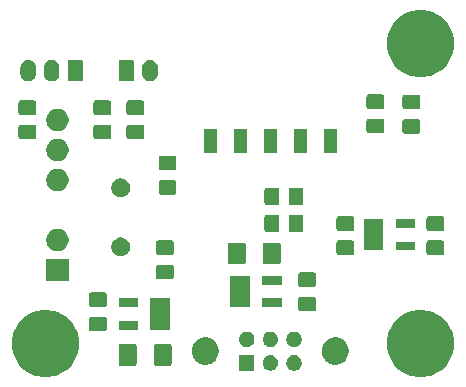
<source format=gbs>
G04 #@! TF.GenerationSoftware,KiCad,Pcbnew,5.1.0*
G04 #@! TF.CreationDate,2019-04-18T22:06:34-04:00*
G04 #@! TF.ProjectId,sensors,73656e73-6f72-4732-9e6b-696361645f70,rev?*
G04 #@! TF.SameCoordinates,Original*
G04 #@! TF.FileFunction,Soldermask,Bot*
G04 #@! TF.FilePolarity,Negative*
%FSLAX46Y46*%
G04 Gerber Fmt 4.6, Leading zero omitted, Abs format (unit mm)*
G04 Created by KiCad (PCBNEW 5.1.0) date 2019-04-18 22:06:34*
%MOMM*%
%LPD*%
G04 APERTURE LIST*
%ADD10C,0.100000*%
G04 APERTURE END LIST*
D10*
G36*
X162529411Y-88653574D02*
G01*
X162756548Y-88698754D01*
X162971447Y-88787769D01*
X163275359Y-88913653D01*
X163742279Y-89225639D01*
X164139361Y-89622721D01*
X164451347Y-90089641D01*
X164571762Y-90380349D01*
X164650108Y-90569491D01*
X164666246Y-90608453D01*
X164775800Y-91159219D01*
X164775800Y-91720781D01*
X164666246Y-92271547D01*
X164451347Y-92790359D01*
X164139361Y-93257279D01*
X163742279Y-93654361D01*
X163275359Y-93966347D01*
X162971447Y-94092231D01*
X162756548Y-94181246D01*
X162572958Y-94217764D01*
X162205781Y-94290800D01*
X161644219Y-94290800D01*
X161277042Y-94217764D01*
X161093452Y-94181246D01*
X160878553Y-94092231D01*
X160574641Y-93966347D01*
X160107721Y-93654361D01*
X159710639Y-93257279D01*
X159398653Y-92790359D01*
X159183754Y-92271547D01*
X159074200Y-91720781D01*
X159074200Y-91159219D01*
X159183754Y-90608453D01*
X159199893Y-90569491D01*
X159278238Y-90380349D01*
X159398653Y-90089641D01*
X159710639Y-89622721D01*
X160107721Y-89225639D01*
X160574641Y-88913653D01*
X160878553Y-88787769D01*
X161093452Y-88698754D01*
X161320589Y-88653574D01*
X161644219Y-88589200D01*
X162205781Y-88589200D01*
X162529411Y-88653574D01*
X162529411Y-88653574D01*
G37*
G36*
X130779411Y-88653574D02*
G01*
X131006548Y-88698754D01*
X131221447Y-88787769D01*
X131525359Y-88913653D01*
X131992279Y-89225639D01*
X132389361Y-89622721D01*
X132701347Y-90089641D01*
X132821762Y-90380349D01*
X132900108Y-90569491D01*
X132916246Y-90608453D01*
X133025800Y-91159219D01*
X133025800Y-91720781D01*
X132916246Y-92271547D01*
X132701347Y-92790359D01*
X132389361Y-93257279D01*
X131992279Y-93654361D01*
X131525359Y-93966347D01*
X131221447Y-94092231D01*
X131006548Y-94181246D01*
X130822958Y-94217764D01*
X130455781Y-94290800D01*
X129894219Y-94290800D01*
X129527042Y-94217764D01*
X129343452Y-94181246D01*
X129128553Y-94092231D01*
X128824641Y-93966347D01*
X128357721Y-93654361D01*
X127960639Y-93257279D01*
X127648653Y-92790359D01*
X127433754Y-92271547D01*
X127324200Y-91720781D01*
X127324200Y-91159219D01*
X127433754Y-90608453D01*
X127449893Y-90569491D01*
X127528238Y-90380349D01*
X127648653Y-90089641D01*
X127960639Y-89622721D01*
X128357721Y-89225639D01*
X128824641Y-88913653D01*
X129128553Y-88787769D01*
X129343452Y-88698754D01*
X129570589Y-88653574D01*
X129894219Y-88589200D01*
X130455781Y-88589200D01*
X130779411Y-88653574D01*
X130779411Y-88653574D01*
G37*
G36*
X147875800Y-93725800D02*
G01*
X146574200Y-93725800D01*
X146574200Y-92424200D01*
X147875800Y-92424200D01*
X147875800Y-93725800D01*
X147875800Y-93725800D01*
G37*
G36*
X149414830Y-92449209D02*
G01*
X149533271Y-92498269D01*
X149639858Y-92569488D01*
X149730512Y-92660142D01*
X149801731Y-92766729D01*
X149850791Y-92885170D01*
X149875800Y-93010900D01*
X149875800Y-93139100D01*
X149850791Y-93264830D01*
X149801731Y-93383271D01*
X149730512Y-93489858D01*
X149639858Y-93580512D01*
X149533271Y-93651731D01*
X149414830Y-93700791D01*
X149289100Y-93725800D01*
X149160900Y-93725800D01*
X149035170Y-93700791D01*
X148916729Y-93651731D01*
X148810142Y-93580512D01*
X148719488Y-93489858D01*
X148648269Y-93383271D01*
X148599209Y-93264830D01*
X148574200Y-93139100D01*
X148574200Y-93010900D01*
X148599209Y-92885170D01*
X148648269Y-92766729D01*
X148719488Y-92660142D01*
X148810142Y-92569488D01*
X148916729Y-92498269D01*
X149035170Y-92449209D01*
X149160900Y-92424200D01*
X149289100Y-92424200D01*
X149414830Y-92449209D01*
X149414830Y-92449209D01*
G37*
G36*
X151414830Y-92449209D02*
G01*
X151533271Y-92498269D01*
X151639858Y-92569488D01*
X151730512Y-92660142D01*
X151801731Y-92766729D01*
X151850791Y-92885170D01*
X151875800Y-93010900D01*
X151875800Y-93139100D01*
X151850791Y-93264830D01*
X151801731Y-93383271D01*
X151730512Y-93489858D01*
X151639858Y-93580512D01*
X151533271Y-93651731D01*
X151414830Y-93700791D01*
X151289100Y-93725800D01*
X151160900Y-93725800D01*
X151035170Y-93700791D01*
X150916729Y-93651731D01*
X150810142Y-93580512D01*
X150719488Y-93489858D01*
X150648269Y-93383271D01*
X150599209Y-93264830D01*
X150574200Y-93139100D01*
X150574200Y-93010900D01*
X150599209Y-92885170D01*
X150648269Y-92766729D01*
X150719488Y-92660142D01*
X150810142Y-92569488D01*
X150916729Y-92498269D01*
X151035170Y-92449209D01*
X151160900Y-92424200D01*
X151289100Y-92424200D01*
X151414830Y-92449209D01*
X151414830Y-92449209D01*
G37*
G36*
X140719319Y-91483580D02*
G01*
X140754222Y-91494169D01*
X140786396Y-91511366D01*
X140814594Y-91534506D01*
X140837734Y-91562704D01*
X140854931Y-91594878D01*
X140865520Y-91629781D01*
X140869700Y-91672225D01*
X140869700Y-93138175D01*
X140865520Y-93180619D01*
X140854931Y-93215522D01*
X140837734Y-93247696D01*
X140814594Y-93275894D01*
X140786396Y-93299034D01*
X140754222Y-93316231D01*
X140719319Y-93326820D01*
X140676875Y-93331000D01*
X139535925Y-93331000D01*
X139493481Y-93326820D01*
X139458578Y-93316231D01*
X139426404Y-93299034D01*
X139398206Y-93275894D01*
X139375066Y-93247696D01*
X139357869Y-93215522D01*
X139347280Y-93180619D01*
X139343100Y-93138175D01*
X139343100Y-91672225D01*
X139347280Y-91629781D01*
X139357869Y-91594878D01*
X139375066Y-91562704D01*
X139398206Y-91534506D01*
X139426404Y-91511366D01*
X139458578Y-91494169D01*
X139493481Y-91483580D01*
X139535925Y-91479400D01*
X140676875Y-91479400D01*
X140719319Y-91483580D01*
X140719319Y-91483580D01*
G37*
G36*
X137744319Y-91483580D02*
G01*
X137779222Y-91494169D01*
X137811396Y-91511366D01*
X137839594Y-91534506D01*
X137862734Y-91562704D01*
X137879931Y-91594878D01*
X137890520Y-91629781D01*
X137894700Y-91672225D01*
X137894700Y-93138175D01*
X137890520Y-93180619D01*
X137879931Y-93215522D01*
X137862734Y-93247696D01*
X137839594Y-93275894D01*
X137811396Y-93299034D01*
X137779222Y-93316231D01*
X137744319Y-93326820D01*
X137701875Y-93331000D01*
X136560925Y-93331000D01*
X136518481Y-93326820D01*
X136483578Y-93316231D01*
X136451404Y-93299034D01*
X136423206Y-93275894D01*
X136400066Y-93247696D01*
X136382869Y-93215522D01*
X136372280Y-93180619D01*
X136368100Y-93138175D01*
X136368100Y-91672225D01*
X136372280Y-91629781D01*
X136382869Y-91594878D01*
X136400066Y-91562704D01*
X136423206Y-91534506D01*
X136451404Y-91511366D01*
X136483578Y-91494169D01*
X136518481Y-91483580D01*
X136560925Y-91479400D01*
X137701875Y-91479400D01*
X137744319Y-91483580D01*
X137744319Y-91483580D01*
G37*
G36*
X144060675Y-90968424D02*
G01*
X144147425Y-91004357D01*
X144270108Y-91055174D01*
X144458592Y-91181115D01*
X144618885Y-91341408D01*
X144744826Y-91529892D01*
X144786201Y-91629781D01*
X144831576Y-91739325D01*
X144875800Y-91961655D01*
X144875800Y-92188345D01*
X144831576Y-92410675D01*
X144815614Y-92449210D01*
X144744826Y-92620108D01*
X144618885Y-92808592D01*
X144458592Y-92968885D01*
X144270108Y-93094826D01*
X144163225Y-93139098D01*
X144060675Y-93181576D01*
X143838345Y-93225800D01*
X143611655Y-93225800D01*
X143389325Y-93181576D01*
X143286775Y-93139098D01*
X143179892Y-93094826D01*
X142991408Y-92968885D01*
X142831115Y-92808592D01*
X142705174Y-92620108D01*
X142634386Y-92449210D01*
X142618424Y-92410675D01*
X142574200Y-92188345D01*
X142574200Y-91961655D01*
X142618424Y-91739325D01*
X142663799Y-91629781D01*
X142705174Y-91529892D01*
X142831115Y-91341408D01*
X142991408Y-91181115D01*
X143179892Y-91055174D01*
X143302575Y-91004357D01*
X143389325Y-90968424D01*
X143611655Y-90924200D01*
X143838345Y-90924200D01*
X144060675Y-90968424D01*
X144060675Y-90968424D01*
G37*
G36*
X155060675Y-90968424D02*
G01*
X155147425Y-91004357D01*
X155270108Y-91055174D01*
X155458592Y-91181115D01*
X155618885Y-91341408D01*
X155744826Y-91529892D01*
X155786201Y-91629781D01*
X155831576Y-91739325D01*
X155875800Y-91961655D01*
X155875800Y-92188345D01*
X155831576Y-92410675D01*
X155815614Y-92449210D01*
X155744826Y-92620108D01*
X155618885Y-92808592D01*
X155458592Y-92968885D01*
X155270108Y-93094826D01*
X155163225Y-93139098D01*
X155060675Y-93181576D01*
X154838345Y-93225800D01*
X154611655Y-93225800D01*
X154389325Y-93181576D01*
X154286775Y-93139098D01*
X154179892Y-93094826D01*
X153991408Y-92968885D01*
X153831115Y-92808592D01*
X153705174Y-92620108D01*
X153634386Y-92449210D01*
X153618424Y-92410675D01*
X153574200Y-92188345D01*
X153574200Y-91961655D01*
X153618424Y-91739325D01*
X153663799Y-91629781D01*
X153705174Y-91529892D01*
X153831115Y-91341408D01*
X153991408Y-91181115D01*
X154179892Y-91055174D01*
X154302575Y-91004357D01*
X154389325Y-90968424D01*
X154611655Y-90924200D01*
X154838345Y-90924200D01*
X155060675Y-90968424D01*
X155060675Y-90968424D01*
G37*
G36*
X151414830Y-90449209D02*
G01*
X151533271Y-90498269D01*
X151639858Y-90569488D01*
X151730512Y-90660142D01*
X151801731Y-90766729D01*
X151850791Y-90885170D01*
X151875800Y-91010900D01*
X151875800Y-91139100D01*
X151850791Y-91264830D01*
X151801731Y-91383271D01*
X151730512Y-91489858D01*
X151639858Y-91580512D01*
X151533271Y-91651731D01*
X151414830Y-91700791D01*
X151289100Y-91725800D01*
X151160900Y-91725800D01*
X151035170Y-91700791D01*
X150916729Y-91651731D01*
X150810142Y-91580512D01*
X150719488Y-91489858D01*
X150648269Y-91383271D01*
X150599209Y-91264830D01*
X150574200Y-91139100D01*
X150574200Y-91010900D01*
X150599209Y-90885170D01*
X150648269Y-90766729D01*
X150719488Y-90660142D01*
X150810142Y-90569488D01*
X150916729Y-90498269D01*
X151035170Y-90449209D01*
X151160900Y-90424200D01*
X151289100Y-90424200D01*
X151414830Y-90449209D01*
X151414830Y-90449209D01*
G37*
G36*
X147414830Y-90449209D02*
G01*
X147533271Y-90498269D01*
X147639858Y-90569488D01*
X147730512Y-90660142D01*
X147801731Y-90766729D01*
X147850791Y-90885170D01*
X147875800Y-91010900D01*
X147875800Y-91139100D01*
X147850791Y-91264830D01*
X147801731Y-91383271D01*
X147730512Y-91489858D01*
X147639858Y-91580512D01*
X147533271Y-91651731D01*
X147414830Y-91700791D01*
X147289100Y-91725800D01*
X147160900Y-91725800D01*
X147035170Y-91700791D01*
X146916729Y-91651731D01*
X146810142Y-91580512D01*
X146719488Y-91489858D01*
X146648269Y-91383271D01*
X146599209Y-91264830D01*
X146574200Y-91139100D01*
X146574200Y-91010900D01*
X146599209Y-90885170D01*
X146648269Y-90766729D01*
X146719488Y-90660142D01*
X146810142Y-90569488D01*
X146916729Y-90498269D01*
X147035170Y-90449209D01*
X147160900Y-90424200D01*
X147289100Y-90424200D01*
X147414830Y-90449209D01*
X147414830Y-90449209D01*
G37*
G36*
X149414830Y-90449209D02*
G01*
X149533271Y-90498269D01*
X149639858Y-90569488D01*
X149730512Y-90660142D01*
X149801731Y-90766729D01*
X149850791Y-90885170D01*
X149875800Y-91010900D01*
X149875800Y-91139100D01*
X149850791Y-91264830D01*
X149801731Y-91383271D01*
X149730512Y-91489858D01*
X149639858Y-91580512D01*
X149533271Y-91651731D01*
X149414830Y-91700791D01*
X149289100Y-91725800D01*
X149160900Y-91725800D01*
X149035170Y-91700791D01*
X148916729Y-91651731D01*
X148810142Y-91580512D01*
X148719488Y-91489858D01*
X148648269Y-91383271D01*
X148599209Y-91264830D01*
X148574200Y-91139100D01*
X148574200Y-91010900D01*
X148599209Y-90885170D01*
X148648269Y-90766729D01*
X148719488Y-90660142D01*
X148810142Y-90569488D01*
X148916729Y-90498269D01*
X149035170Y-90449209D01*
X149160900Y-90424200D01*
X149289100Y-90424200D01*
X149414830Y-90449209D01*
X149414830Y-90449209D01*
G37*
G36*
X135208544Y-89167663D02*
G01*
X135246220Y-89179092D01*
X135280941Y-89197651D01*
X135311374Y-89222626D01*
X135336349Y-89253059D01*
X135354908Y-89287780D01*
X135366337Y-89325456D01*
X135370800Y-89370772D01*
X135370800Y-90207228D01*
X135366337Y-90252544D01*
X135354908Y-90290220D01*
X135336349Y-90324941D01*
X135311374Y-90355374D01*
X135280941Y-90380349D01*
X135246220Y-90398908D01*
X135208544Y-90410337D01*
X135163228Y-90414800D01*
X134076772Y-90414800D01*
X134031456Y-90410337D01*
X133993780Y-90398908D01*
X133959059Y-90380349D01*
X133928626Y-90355374D01*
X133903651Y-90324941D01*
X133885092Y-90290220D01*
X133873663Y-90252544D01*
X133869200Y-90207228D01*
X133869200Y-89370772D01*
X133873663Y-89325456D01*
X133885092Y-89287780D01*
X133903651Y-89253059D01*
X133928626Y-89222626D01*
X133959059Y-89197651D01*
X133993780Y-89179092D01*
X134031456Y-89167663D01*
X134076772Y-89163200D01*
X135163228Y-89163200D01*
X135208544Y-89167663D01*
X135208544Y-89167663D01*
G37*
G36*
X138034000Y-90266400D02*
G01*
X136372400Y-90266400D01*
X136372400Y-89514800D01*
X138034000Y-89514800D01*
X138034000Y-90266400D01*
X138034000Y-90266400D01*
G37*
G36*
X140734000Y-90266400D02*
G01*
X139072400Y-90266400D01*
X139072400Y-87614800D01*
X140734000Y-87614800D01*
X140734000Y-90266400D01*
X140734000Y-90266400D01*
G37*
G36*
X152937744Y-87465863D02*
G01*
X152975420Y-87477292D01*
X153010141Y-87495851D01*
X153040574Y-87520826D01*
X153065549Y-87551259D01*
X153084108Y-87585980D01*
X153095537Y-87623656D01*
X153100000Y-87668972D01*
X153100000Y-88505428D01*
X153095537Y-88550744D01*
X153084108Y-88588420D01*
X153065549Y-88623141D01*
X153040574Y-88653574D01*
X153010141Y-88678549D01*
X152975420Y-88697108D01*
X152937744Y-88708537D01*
X152892428Y-88713000D01*
X151805972Y-88713000D01*
X151760656Y-88708537D01*
X151722980Y-88697108D01*
X151688259Y-88678549D01*
X151657826Y-88653574D01*
X151632851Y-88623141D01*
X151614292Y-88588420D01*
X151602863Y-88550744D01*
X151598400Y-88505428D01*
X151598400Y-87668972D01*
X151602863Y-87623656D01*
X151614292Y-87585980D01*
X151632851Y-87551259D01*
X151657826Y-87520826D01*
X151688259Y-87495851D01*
X151722980Y-87477292D01*
X151760656Y-87465863D01*
X151805972Y-87461400D01*
X152892428Y-87461400D01*
X152937744Y-87465863D01*
X152937744Y-87465863D01*
G37*
G36*
X138034000Y-88366400D02*
G01*
X136372400Y-88366400D01*
X136372400Y-87614800D01*
X138034000Y-87614800D01*
X138034000Y-88366400D01*
X138034000Y-88366400D01*
G37*
G36*
X135208544Y-87117663D02*
G01*
X135246220Y-87129092D01*
X135280941Y-87147651D01*
X135311374Y-87172626D01*
X135336349Y-87203059D01*
X135354908Y-87237780D01*
X135366337Y-87275456D01*
X135370800Y-87320772D01*
X135370800Y-88157228D01*
X135366337Y-88202544D01*
X135354908Y-88240220D01*
X135336349Y-88274941D01*
X135311374Y-88305374D01*
X135280941Y-88330349D01*
X135246220Y-88348908D01*
X135208544Y-88360337D01*
X135163228Y-88364800D01*
X134076772Y-88364800D01*
X134031456Y-88360337D01*
X133993780Y-88348908D01*
X133959059Y-88330349D01*
X133928626Y-88305374D01*
X133903651Y-88274941D01*
X133885092Y-88240220D01*
X133873663Y-88202544D01*
X133869200Y-88157228D01*
X133869200Y-87320772D01*
X133873663Y-87275456D01*
X133885092Y-87237780D01*
X133903651Y-87203059D01*
X133928626Y-87172626D01*
X133959059Y-87147651D01*
X133993780Y-87129092D01*
X134031456Y-87117663D01*
X134076772Y-87113200D01*
X135163228Y-87113200D01*
X135208544Y-87117663D01*
X135208544Y-87117663D01*
G37*
G36*
X150190400Y-88346200D02*
G01*
X148528800Y-88346200D01*
X148528800Y-87594600D01*
X150190400Y-87594600D01*
X150190400Y-88346200D01*
X150190400Y-88346200D01*
G37*
G36*
X147490400Y-88346200D02*
G01*
X145828800Y-88346200D01*
X145828800Y-85694600D01*
X147490400Y-85694600D01*
X147490400Y-88346200D01*
X147490400Y-88346200D01*
G37*
G36*
X152937744Y-85415863D02*
G01*
X152975420Y-85427292D01*
X153010141Y-85445851D01*
X153040574Y-85470826D01*
X153065549Y-85501259D01*
X153084108Y-85535980D01*
X153095537Y-85573656D01*
X153100000Y-85618972D01*
X153100000Y-86455428D01*
X153095537Y-86500744D01*
X153084108Y-86538420D01*
X153065549Y-86573141D01*
X153040574Y-86603574D01*
X153010141Y-86628549D01*
X152975420Y-86647108D01*
X152937744Y-86658537D01*
X152892428Y-86663000D01*
X151805972Y-86663000D01*
X151760656Y-86658537D01*
X151722980Y-86647108D01*
X151688259Y-86628549D01*
X151657826Y-86603574D01*
X151632851Y-86573141D01*
X151614292Y-86538420D01*
X151602863Y-86500744D01*
X151598400Y-86455428D01*
X151598400Y-85618972D01*
X151602863Y-85573656D01*
X151614292Y-85535980D01*
X151632851Y-85501259D01*
X151657826Y-85470826D01*
X151688259Y-85445851D01*
X151722980Y-85427292D01*
X151760656Y-85415863D01*
X151805972Y-85411400D01*
X152892428Y-85411400D01*
X152937744Y-85415863D01*
X152937744Y-85415863D01*
G37*
G36*
X150190400Y-86446200D02*
G01*
X148528800Y-86446200D01*
X148528800Y-85694600D01*
X150190400Y-85694600D01*
X150190400Y-86446200D01*
X150190400Y-86446200D01*
G37*
G36*
X132141800Y-86167800D02*
G01*
X130240200Y-86167800D01*
X130240200Y-84266200D01*
X132141800Y-84266200D01*
X132141800Y-86167800D01*
X132141800Y-86167800D01*
G37*
G36*
X140872744Y-84757063D02*
G01*
X140910420Y-84768492D01*
X140945141Y-84787051D01*
X140975574Y-84812026D01*
X141000549Y-84842459D01*
X141019108Y-84877180D01*
X141030537Y-84914856D01*
X141035000Y-84960172D01*
X141035000Y-85796628D01*
X141030537Y-85841944D01*
X141019108Y-85879620D01*
X141000549Y-85914341D01*
X140975574Y-85944774D01*
X140945141Y-85969749D01*
X140910420Y-85988308D01*
X140872744Y-85999737D01*
X140827428Y-86004200D01*
X139740972Y-86004200D01*
X139695656Y-85999737D01*
X139657980Y-85988308D01*
X139623259Y-85969749D01*
X139592826Y-85944774D01*
X139567851Y-85914341D01*
X139549292Y-85879620D01*
X139537863Y-85841944D01*
X139533400Y-85796628D01*
X139533400Y-84960172D01*
X139537863Y-84914856D01*
X139549292Y-84877180D01*
X139567851Y-84842459D01*
X139592826Y-84812026D01*
X139623259Y-84787051D01*
X139657980Y-84768492D01*
X139695656Y-84757063D01*
X139740972Y-84752600D01*
X140827428Y-84752600D01*
X140872744Y-84757063D01*
X140872744Y-84757063D01*
G37*
G36*
X149964919Y-82898380D02*
G01*
X149999822Y-82908969D01*
X150031996Y-82926166D01*
X150060194Y-82949306D01*
X150083334Y-82977504D01*
X150100531Y-83009678D01*
X150111120Y-83044581D01*
X150115300Y-83087025D01*
X150115300Y-84552975D01*
X150111120Y-84595419D01*
X150100531Y-84630322D01*
X150083334Y-84662496D01*
X150060194Y-84690694D01*
X150031996Y-84713834D01*
X149999822Y-84731031D01*
X149964919Y-84741620D01*
X149922475Y-84745800D01*
X148781525Y-84745800D01*
X148739081Y-84741620D01*
X148704178Y-84731031D01*
X148672004Y-84713834D01*
X148643806Y-84690694D01*
X148620666Y-84662496D01*
X148603469Y-84630322D01*
X148592880Y-84595419D01*
X148588700Y-84552975D01*
X148588700Y-83087025D01*
X148592880Y-83044581D01*
X148603469Y-83009678D01*
X148620666Y-82977504D01*
X148643806Y-82949306D01*
X148672004Y-82926166D01*
X148704178Y-82908969D01*
X148739081Y-82898380D01*
X148781525Y-82894200D01*
X149922475Y-82894200D01*
X149964919Y-82898380D01*
X149964919Y-82898380D01*
G37*
G36*
X146989919Y-82898380D02*
G01*
X147024822Y-82908969D01*
X147056996Y-82926166D01*
X147085194Y-82949306D01*
X147108334Y-82977504D01*
X147125531Y-83009678D01*
X147136120Y-83044581D01*
X147140300Y-83087025D01*
X147140300Y-84552975D01*
X147136120Y-84595419D01*
X147125531Y-84630322D01*
X147108334Y-84662496D01*
X147085194Y-84690694D01*
X147056996Y-84713834D01*
X147024822Y-84731031D01*
X146989919Y-84741620D01*
X146947475Y-84745800D01*
X145806525Y-84745800D01*
X145764081Y-84741620D01*
X145729178Y-84731031D01*
X145697004Y-84713834D01*
X145668806Y-84690694D01*
X145645666Y-84662496D01*
X145628469Y-84630322D01*
X145617880Y-84595419D01*
X145613700Y-84552975D01*
X145613700Y-83087025D01*
X145617880Y-83044581D01*
X145628469Y-83009678D01*
X145645666Y-82977504D01*
X145668806Y-82949306D01*
X145697004Y-82926166D01*
X145729178Y-82908969D01*
X145764081Y-82898380D01*
X145806525Y-82894200D01*
X146947475Y-82894200D01*
X146989919Y-82898380D01*
X146989919Y-82898380D01*
G37*
G36*
X136783985Y-82491174D02*
G01*
X136929721Y-82551540D01*
X137060880Y-82639178D01*
X137172422Y-82750720D01*
X137249755Y-82866456D01*
X137260061Y-82881881D01*
X137320426Y-83027615D01*
X137340269Y-83127371D01*
X137351200Y-83182328D01*
X137351200Y-83340072D01*
X137320426Y-83494785D01*
X137260060Y-83640521D01*
X137172422Y-83771680D01*
X137060880Y-83883222D01*
X136929721Y-83970860D01*
X136929720Y-83970861D01*
X136929719Y-83970861D01*
X136783985Y-84031226D01*
X136629273Y-84062000D01*
X136471527Y-84062000D01*
X136316815Y-84031226D01*
X136171081Y-83970861D01*
X136171080Y-83970861D01*
X136171079Y-83970860D01*
X136039920Y-83883222D01*
X135928378Y-83771680D01*
X135840740Y-83640521D01*
X135780374Y-83494785D01*
X135749600Y-83340072D01*
X135749600Y-83182328D01*
X135760532Y-83127371D01*
X135780374Y-83027615D01*
X135840739Y-82881881D01*
X135851046Y-82866456D01*
X135928378Y-82750720D01*
X136039920Y-82639178D01*
X136171079Y-82551540D01*
X136316815Y-82491174D01*
X136471527Y-82460400D01*
X136629273Y-82460400D01*
X136783985Y-82491174D01*
X136783985Y-82491174D01*
G37*
G36*
X156163544Y-82708663D02*
G01*
X156201220Y-82720092D01*
X156235941Y-82738651D01*
X156266374Y-82763626D01*
X156291349Y-82794059D01*
X156309908Y-82828780D01*
X156321337Y-82866456D01*
X156325800Y-82911772D01*
X156325800Y-83748228D01*
X156321337Y-83793544D01*
X156309908Y-83831220D01*
X156291349Y-83865941D01*
X156266374Y-83896374D01*
X156235941Y-83921349D01*
X156201220Y-83939908D01*
X156163544Y-83951337D01*
X156118228Y-83955800D01*
X155031772Y-83955800D01*
X154986456Y-83951337D01*
X154948780Y-83939908D01*
X154914059Y-83921349D01*
X154883626Y-83896374D01*
X154858651Y-83865941D01*
X154840092Y-83831220D01*
X154828663Y-83793544D01*
X154824200Y-83748228D01*
X154824200Y-82911772D01*
X154828663Y-82866456D01*
X154840092Y-82828780D01*
X154858651Y-82794059D01*
X154883626Y-82763626D01*
X154914059Y-82738651D01*
X154948780Y-82720092D01*
X154986456Y-82708663D01*
X155031772Y-82704200D01*
X156118228Y-82704200D01*
X156163544Y-82708663D01*
X156163544Y-82708663D01*
G37*
G36*
X163783544Y-82708663D02*
G01*
X163821220Y-82720092D01*
X163855941Y-82738651D01*
X163886374Y-82763626D01*
X163911349Y-82794059D01*
X163929908Y-82828780D01*
X163941337Y-82866456D01*
X163945800Y-82911772D01*
X163945800Y-83748228D01*
X163941337Y-83793544D01*
X163929908Y-83831220D01*
X163911349Y-83865941D01*
X163886374Y-83896374D01*
X163855941Y-83921349D01*
X163821220Y-83939908D01*
X163783544Y-83951337D01*
X163738228Y-83955800D01*
X162651772Y-83955800D01*
X162606456Y-83951337D01*
X162568780Y-83939908D01*
X162534059Y-83921349D01*
X162503626Y-83896374D01*
X162478651Y-83865941D01*
X162460092Y-83831220D01*
X162448663Y-83793544D01*
X162444200Y-83748228D01*
X162444200Y-82911772D01*
X162448663Y-82866456D01*
X162460092Y-82828780D01*
X162478651Y-82794059D01*
X162503626Y-82763626D01*
X162534059Y-82738651D01*
X162568780Y-82720092D01*
X162606456Y-82708663D01*
X162651772Y-82704200D01*
X163738228Y-82704200D01*
X163783544Y-82708663D01*
X163783544Y-82708663D01*
G37*
G36*
X140872744Y-82707063D02*
G01*
X140910420Y-82718492D01*
X140945141Y-82737051D01*
X140975574Y-82762026D01*
X141000549Y-82792459D01*
X141019108Y-82827180D01*
X141030537Y-82864856D01*
X141035000Y-82910172D01*
X141035000Y-83746628D01*
X141030537Y-83791944D01*
X141019108Y-83829620D01*
X141000549Y-83864341D01*
X140975574Y-83894774D01*
X140945141Y-83919749D01*
X140910420Y-83938308D01*
X140872744Y-83949737D01*
X140827428Y-83954200D01*
X139740972Y-83954200D01*
X139695656Y-83949737D01*
X139657980Y-83938308D01*
X139623259Y-83919749D01*
X139592826Y-83894774D01*
X139567851Y-83864341D01*
X139549292Y-83829620D01*
X139537863Y-83791944D01*
X139533400Y-83746628D01*
X139533400Y-82910172D01*
X139537863Y-82864856D01*
X139549292Y-82827180D01*
X139567851Y-82792459D01*
X139592826Y-82762026D01*
X139623259Y-82737051D01*
X139657980Y-82718492D01*
X139695656Y-82707063D01*
X139740972Y-82702600D01*
X140827428Y-82702600D01*
X140872744Y-82707063D01*
X140872744Y-82707063D01*
G37*
G36*
X131468338Y-81762738D02*
G01*
X131641373Y-81834412D01*
X131797100Y-81938465D01*
X131929535Y-82070900D01*
X132033588Y-82226627D01*
X132105262Y-82399662D01*
X132141800Y-82583354D01*
X132141800Y-82770646D01*
X132105262Y-82954338D01*
X132033588Y-83127373D01*
X131929535Y-83283100D01*
X131797100Y-83415535D01*
X131641373Y-83519588D01*
X131468338Y-83591262D01*
X131284646Y-83627800D01*
X131097354Y-83627800D01*
X130913662Y-83591262D01*
X130740627Y-83519588D01*
X130584900Y-83415535D01*
X130452465Y-83283100D01*
X130348412Y-83127373D01*
X130276738Y-82954338D01*
X130240200Y-82770646D01*
X130240200Y-82583354D01*
X130276738Y-82399662D01*
X130348412Y-82226627D01*
X130452465Y-82070900D01*
X130584900Y-81938465D01*
X130740627Y-81834412D01*
X130913662Y-81762738D01*
X131097354Y-81726200D01*
X131284646Y-81726200D01*
X131468338Y-81762738D01*
X131468338Y-81762738D01*
G37*
G36*
X158785800Y-83555800D02*
G01*
X157124200Y-83555800D01*
X157124200Y-80904200D01*
X158785800Y-80904200D01*
X158785800Y-83555800D01*
X158785800Y-83555800D01*
G37*
G36*
X161485800Y-83555800D02*
G01*
X159824200Y-83555800D01*
X159824200Y-82804200D01*
X161485800Y-82804200D01*
X161485800Y-83555800D01*
X161485800Y-83555800D01*
G37*
G36*
X151865544Y-80533663D02*
G01*
X151903220Y-80545092D01*
X151937941Y-80563651D01*
X151968374Y-80588626D01*
X151993349Y-80619059D01*
X152011908Y-80653780D01*
X152023337Y-80691456D01*
X152027800Y-80736772D01*
X152027800Y-81823228D01*
X152023337Y-81868544D01*
X152011908Y-81906220D01*
X151993349Y-81940941D01*
X151968374Y-81971374D01*
X151937941Y-81996349D01*
X151903220Y-82014908D01*
X151865544Y-82026337D01*
X151820228Y-82030800D01*
X150983772Y-82030800D01*
X150938456Y-82026337D01*
X150900780Y-82014908D01*
X150866059Y-81996349D01*
X150835626Y-81971374D01*
X150810651Y-81940941D01*
X150792092Y-81906220D01*
X150780663Y-81868544D01*
X150776200Y-81823228D01*
X150776200Y-80736772D01*
X150780663Y-80691456D01*
X150792092Y-80653780D01*
X150810651Y-80619059D01*
X150835626Y-80588626D01*
X150866059Y-80563651D01*
X150900780Y-80545092D01*
X150938456Y-80533663D01*
X150983772Y-80529200D01*
X151820228Y-80529200D01*
X151865544Y-80533663D01*
X151865544Y-80533663D01*
G37*
G36*
X149815544Y-80533663D02*
G01*
X149853220Y-80545092D01*
X149887941Y-80563651D01*
X149918374Y-80588626D01*
X149943349Y-80619059D01*
X149961908Y-80653780D01*
X149973337Y-80691456D01*
X149977800Y-80736772D01*
X149977800Y-81823228D01*
X149973337Y-81868544D01*
X149961908Y-81906220D01*
X149943349Y-81940941D01*
X149918374Y-81971374D01*
X149887941Y-81996349D01*
X149853220Y-82014908D01*
X149815544Y-82026337D01*
X149770228Y-82030800D01*
X148933772Y-82030800D01*
X148888456Y-82026337D01*
X148850780Y-82014908D01*
X148816059Y-81996349D01*
X148785626Y-81971374D01*
X148760651Y-81940941D01*
X148742092Y-81906220D01*
X148730663Y-81868544D01*
X148726200Y-81823228D01*
X148726200Y-80736772D01*
X148730663Y-80691456D01*
X148742092Y-80653780D01*
X148760651Y-80619059D01*
X148785626Y-80588626D01*
X148816059Y-80563651D01*
X148850780Y-80545092D01*
X148888456Y-80533663D01*
X148933772Y-80529200D01*
X149770228Y-80529200D01*
X149815544Y-80533663D01*
X149815544Y-80533663D01*
G37*
G36*
X163783544Y-80658663D02*
G01*
X163821220Y-80670092D01*
X163855941Y-80688651D01*
X163886374Y-80713626D01*
X163911349Y-80744059D01*
X163929908Y-80778780D01*
X163941337Y-80816456D01*
X163945800Y-80861772D01*
X163945800Y-81698228D01*
X163941337Y-81743544D01*
X163929908Y-81781220D01*
X163911349Y-81815941D01*
X163886374Y-81846374D01*
X163855941Y-81871349D01*
X163821220Y-81889908D01*
X163783544Y-81901337D01*
X163738228Y-81905800D01*
X162651772Y-81905800D01*
X162606456Y-81901337D01*
X162568780Y-81889908D01*
X162534059Y-81871349D01*
X162503626Y-81846374D01*
X162478651Y-81815941D01*
X162460092Y-81781220D01*
X162448663Y-81743544D01*
X162444200Y-81698228D01*
X162444200Y-80861772D01*
X162448663Y-80816456D01*
X162460092Y-80778780D01*
X162478651Y-80744059D01*
X162503626Y-80713626D01*
X162534059Y-80688651D01*
X162568780Y-80670092D01*
X162606456Y-80658663D01*
X162651772Y-80654200D01*
X163738228Y-80654200D01*
X163783544Y-80658663D01*
X163783544Y-80658663D01*
G37*
G36*
X156163544Y-80658663D02*
G01*
X156201220Y-80670092D01*
X156235941Y-80688651D01*
X156266374Y-80713626D01*
X156291349Y-80744059D01*
X156309908Y-80778780D01*
X156321337Y-80816456D01*
X156325800Y-80861772D01*
X156325800Y-81698228D01*
X156321337Y-81743544D01*
X156309908Y-81781220D01*
X156291349Y-81815941D01*
X156266374Y-81846374D01*
X156235941Y-81871349D01*
X156201220Y-81889908D01*
X156163544Y-81901337D01*
X156118228Y-81905800D01*
X155031772Y-81905800D01*
X154986456Y-81901337D01*
X154948780Y-81889908D01*
X154914059Y-81871349D01*
X154883626Y-81846374D01*
X154858651Y-81815941D01*
X154840092Y-81781220D01*
X154828663Y-81743544D01*
X154824200Y-81698228D01*
X154824200Y-80861772D01*
X154828663Y-80816456D01*
X154840092Y-80778780D01*
X154858651Y-80744059D01*
X154883626Y-80713626D01*
X154914059Y-80688651D01*
X154948780Y-80670092D01*
X154986456Y-80658663D01*
X155031772Y-80654200D01*
X156118228Y-80654200D01*
X156163544Y-80658663D01*
X156163544Y-80658663D01*
G37*
G36*
X161485800Y-81655800D02*
G01*
X159824200Y-81655800D01*
X159824200Y-80904200D01*
X161485800Y-80904200D01*
X161485800Y-81655800D01*
X161485800Y-81655800D01*
G37*
G36*
X151865544Y-78247663D02*
G01*
X151903220Y-78259092D01*
X151937941Y-78277651D01*
X151968374Y-78302626D01*
X151993349Y-78333059D01*
X152011908Y-78367780D01*
X152023337Y-78405456D01*
X152027800Y-78450772D01*
X152027800Y-79537228D01*
X152023337Y-79582544D01*
X152011908Y-79620220D01*
X151993349Y-79654941D01*
X151968374Y-79685374D01*
X151937941Y-79710349D01*
X151903220Y-79728908D01*
X151865544Y-79740337D01*
X151820228Y-79744800D01*
X150983772Y-79744800D01*
X150938456Y-79740337D01*
X150900780Y-79728908D01*
X150866059Y-79710349D01*
X150835626Y-79685374D01*
X150810651Y-79654941D01*
X150792092Y-79620220D01*
X150780663Y-79582544D01*
X150776200Y-79537228D01*
X150776200Y-78450772D01*
X150780663Y-78405456D01*
X150792092Y-78367780D01*
X150810651Y-78333059D01*
X150835626Y-78302626D01*
X150866059Y-78277651D01*
X150900780Y-78259092D01*
X150938456Y-78247663D01*
X150983772Y-78243200D01*
X151820228Y-78243200D01*
X151865544Y-78247663D01*
X151865544Y-78247663D01*
G37*
G36*
X149815544Y-78247663D02*
G01*
X149853220Y-78259092D01*
X149887941Y-78277651D01*
X149918374Y-78302626D01*
X149943349Y-78333059D01*
X149961908Y-78367780D01*
X149973337Y-78405456D01*
X149977800Y-78450772D01*
X149977800Y-79537228D01*
X149973337Y-79582544D01*
X149961908Y-79620220D01*
X149943349Y-79654941D01*
X149918374Y-79685374D01*
X149887941Y-79710349D01*
X149853220Y-79728908D01*
X149815544Y-79740337D01*
X149770228Y-79744800D01*
X148933772Y-79744800D01*
X148888456Y-79740337D01*
X148850780Y-79728908D01*
X148816059Y-79710349D01*
X148785626Y-79685374D01*
X148760651Y-79654941D01*
X148742092Y-79620220D01*
X148730663Y-79582544D01*
X148726200Y-79537228D01*
X148726200Y-78450772D01*
X148730663Y-78405456D01*
X148742092Y-78367780D01*
X148760651Y-78333059D01*
X148785626Y-78302626D01*
X148816059Y-78277651D01*
X148850780Y-78259092D01*
X148888456Y-78247663D01*
X148933772Y-78243200D01*
X149770228Y-78243200D01*
X149815544Y-78247663D01*
X149815544Y-78247663D01*
G37*
G36*
X136783985Y-77491174D02*
G01*
X136929721Y-77551540D01*
X137060880Y-77639178D01*
X137172422Y-77750720D01*
X137255021Y-77874337D01*
X137260061Y-77881881D01*
X137320426Y-78027615D01*
X137351200Y-78182327D01*
X137351200Y-78340073D01*
X137320426Y-78494785D01*
X137260060Y-78640521D01*
X137172422Y-78771680D01*
X137060880Y-78883222D01*
X136929721Y-78970860D01*
X136929720Y-78970861D01*
X136929719Y-78970861D01*
X136783985Y-79031226D01*
X136629273Y-79062000D01*
X136471527Y-79062000D01*
X136316815Y-79031226D01*
X136171081Y-78970861D01*
X136171080Y-78970861D01*
X136171079Y-78970860D01*
X136039920Y-78883222D01*
X135928378Y-78771680D01*
X135840740Y-78640521D01*
X135780374Y-78494785D01*
X135749600Y-78340073D01*
X135749600Y-78182327D01*
X135780374Y-78027615D01*
X135840739Y-77881881D01*
X135845780Y-77874337D01*
X135928378Y-77750720D01*
X136039920Y-77639178D01*
X136171079Y-77551540D01*
X136316815Y-77491174D01*
X136471527Y-77460400D01*
X136629273Y-77460400D01*
X136783985Y-77491174D01*
X136783985Y-77491174D01*
G37*
G36*
X141101344Y-77585263D02*
G01*
X141139020Y-77596692D01*
X141173741Y-77615251D01*
X141204174Y-77640226D01*
X141229149Y-77670659D01*
X141247708Y-77705380D01*
X141259137Y-77743056D01*
X141263600Y-77788372D01*
X141263600Y-78624828D01*
X141259137Y-78670144D01*
X141247708Y-78707820D01*
X141229149Y-78742541D01*
X141204174Y-78772974D01*
X141173741Y-78797949D01*
X141139020Y-78816508D01*
X141101344Y-78827937D01*
X141056028Y-78832400D01*
X139969572Y-78832400D01*
X139924256Y-78827937D01*
X139886580Y-78816508D01*
X139851859Y-78797949D01*
X139821426Y-78772974D01*
X139796451Y-78742541D01*
X139777892Y-78707820D01*
X139766463Y-78670144D01*
X139762000Y-78624828D01*
X139762000Y-77788372D01*
X139766463Y-77743056D01*
X139777892Y-77705380D01*
X139796451Y-77670659D01*
X139821426Y-77640226D01*
X139851859Y-77615251D01*
X139886580Y-77596692D01*
X139924256Y-77585263D01*
X139969572Y-77580800D01*
X141056028Y-77580800D01*
X141101344Y-77585263D01*
X141101344Y-77585263D01*
G37*
G36*
X131468338Y-76682738D02*
G01*
X131641373Y-76754412D01*
X131797100Y-76858465D01*
X131929535Y-76990900D01*
X132033588Y-77146627D01*
X132105262Y-77319662D01*
X132141800Y-77503354D01*
X132141800Y-77690646D01*
X132105262Y-77874338D01*
X132033588Y-78047373D01*
X131929535Y-78203100D01*
X131797100Y-78335535D01*
X131641373Y-78439588D01*
X131468338Y-78511262D01*
X131284646Y-78547800D01*
X131097354Y-78547800D01*
X130913662Y-78511262D01*
X130740627Y-78439588D01*
X130584900Y-78335535D01*
X130452465Y-78203100D01*
X130348412Y-78047373D01*
X130276738Y-77874338D01*
X130240200Y-77690646D01*
X130240200Y-77503354D01*
X130276738Y-77319662D01*
X130348412Y-77146627D01*
X130452465Y-76990900D01*
X130584900Y-76858465D01*
X130740627Y-76754412D01*
X130913662Y-76682738D01*
X131097354Y-76646200D01*
X131284646Y-76646200D01*
X131468338Y-76682738D01*
X131468338Y-76682738D01*
G37*
G36*
X141101344Y-75535263D02*
G01*
X141139020Y-75546692D01*
X141173741Y-75565251D01*
X141204174Y-75590226D01*
X141229149Y-75620659D01*
X141247708Y-75655380D01*
X141259137Y-75693056D01*
X141263600Y-75738372D01*
X141263600Y-76574828D01*
X141259137Y-76620144D01*
X141247708Y-76657820D01*
X141229149Y-76692541D01*
X141204174Y-76722974D01*
X141173741Y-76747949D01*
X141139020Y-76766508D01*
X141101344Y-76777937D01*
X141056028Y-76782400D01*
X139969572Y-76782400D01*
X139924256Y-76777937D01*
X139886580Y-76766508D01*
X139851859Y-76747949D01*
X139821426Y-76722974D01*
X139796451Y-76692541D01*
X139777892Y-76657820D01*
X139766463Y-76620144D01*
X139762000Y-76574828D01*
X139762000Y-75738372D01*
X139766463Y-75693056D01*
X139777892Y-75655380D01*
X139796451Y-75620659D01*
X139821426Y-75590226D01*
X139851859Y-75565251D01*
X139886580Y-75546692D01*
X139924256Y-75535263D01*
X139969572Y-75530800D01*
X141056028Y-75530800D01*
X141101344Y-75535263D01*
X141101344Y-75535263D01*
G37*
G36*
X131468338Y-74142738D02*
G01*
X131641373Y-74214412D01*
X131797100Y-74318465D01*
X131929535Y-74450900D01*
X132033588Y-74606627D01*
X132105262Y-74779662D01*
X132141800Y-74963354D01*
X132141800Y-75150646D01*
X132105262Y-75334338D01*
X132033588Y-75507373D01*
X131929535Y-75663100D01*
X131797100Y-75795535D01*
X131641373Y-75899588D01*
X131468338Y-75971262D01*
X131284646Y-76007800D01*
X131097354Y-76007800D01*
X130913662Y-75971262D01*
X130740627Y-75899588D01*
X130584900Y-75795535D01*
X130452465Y-75663100D01*
X130348412Y-75507373D01*
X130276738Y-75334338D01*
X130240200Y-75150646D01*
X130240200Y-74963354D01*
X130276738Y-74779662D01*
X130348412Y-74606627D01*
X130452465Y-74450900D01*
X130584900Y-74318465D01*
X130740627Y-74214412D01*
X130913662Y-74142738D01*
X131097354Y-74106200D01*
X131284646Y-74106200D01*
X131468338Y-74142738D01*
X131468338Y-74142738D01*
G37*
G36*
X147235800Y-75345800D02*
G01*
X146134200Y-75345800D01*
X146134200Y-73244200D01*
X147235800Y-73244200D01*
X147235800Y-75345800D01*
X147235800Y-75345800D01*
G37*
G36*
X152315800Y-75345800D02*
G01*
X151214200Y-75345800D01*
X151214200Y-73244200D01*
X152315800Y-73244200D01*
X152315800Y-75345800D01*
X152315800Y-75345800D01*
G37*
G36*
X149775800Y-75345800D02*
G01*
X148674200Y-75345800D01*
X148674200Y-73244200D01*
X149775800Y-73244200D01*
X149775800Y-75345800D01*
X149775800Y-75345800D01*
G37*
G36*
X144695800Y-75345800D02*
G01*
X143594200Y-75345800D01*
X143594200Y-73244200D01*
X144695800Y-73244200D01*
X144695800Y-75345800D01*
X144695800Y-75345800D01*
G37*
G36*
X154855800Y-75345800D02*
G01*
X153754200Y-75345800D01*
X153754200Y-73244200D01*
X154855800Y-73244200D01*
X154855800Y-75345800D01*
X154855800Y-75345800D01*
G37*
G36*
X138383544Y-72911663D02*
G01*
X138421220Y-72923092D01*
X138455941Y-72941651D01*
X138486374Y-72966626D01*
X138511349Y-72997059D01*
X138529908Y-73031780D01*
X138541337Y-73069456D01*
X138545800Y-73114772D01*
X138545800Y-73951228D01*
X138541337Y-73996544D01*
X138529908Y-74034220D01*
X138511349Y-74068941D01*
X138486374Y-74099374D01*
X138455941Y-74124349D01*
X138421220Y-74142908D01*
X138383544Y-74154337D01*
X138338228Y-74158800D01*
X137251772Y-74158800D01*
X137206456Y-74154337D01*
X137168780Y-74142908D01*
X137134059Y-74124349D01*
X137103626Y-74099374D01*
X137078651Y-74068941D01*
X137060092Y-74034220D01*
X137048663Y-73996544D01*
X137044200Y-73951228D01*
X137044200Y-73114772D01*
X137048663Y-73069456D01*
X137060092Y-73031780D01*
X137078651Y-72997059D01*
X137103626Y-72966626D01*
X137134059Y-72941651D01*
X137168780Y-72923092D01*
X137206456Y-72911663D01*
X137251772Y-72907200D01*
X138338228Y-72907200D01*
X138383544Y-72911663D01*
X138383544Y-72911663D01*
G37*
G36*
X129239544Y-72911663D02*
G01*
X129277220Y-72923092D01*
X129311941Y-72941651D01*
X129342374Y-72966626D01*
X129367349Y-72997059D01*
X129385908Y-73031780D01*
X129397337Y-73069456D01*
X129401800Y-73114772D01*
X129401800Y-73951228D01*
X129397337Y-73996544D01*
X129385908Y-74034220D01*
X129367349Y-74068941D01*
X129342374Y-74099374D01*
X129311941Y-74124349D01*
X129277220Y-74142908D01*
X129239544Y-74154337D01*
X129194228Y-74158800D01*
X128107772Y-74158800D01*
X128062456Y-74154337D01*
X128024780Y-74142908D01*
X127990059Y-74124349D01*
X127959626Y-74099374D01*
X127934651Y-74068941D01*
X127916092Y-74034220D01*
X127904663Y-73996544D01*
X127900200Y-73951228D01*
X127900200Y-73114772D01*
X127904663Y-73069456D01*
X127916092Y-73031780D01*
X127934651Y-72997059D01*
X127959626Y-72966626D01*
X127990059Y-72941651D01*
X128024780Y-72923092D01*
X128062456Y-72911663D01*
X128107772Y-72907200D01*
X129194228Y-72907200D01*
X129239544Y-72911663D01*
X129239544Y-72911663D01*
G37*
G36*
X135589544Y-72911663D02*
G01*
X135627220Y-72923092D01*
X135661941Y-72941651D01*
X135692374Y-72966626D01*
X135717349Y-72997059D01*
X135735908Y-73031780D01*
X135747337Y-73069456D01*
X135751800Y-73114772D01*
X135751800Y-73951228D01*
X135747337Y-73996544D01*
X135735908Y-74034220D01*
X135717349Y-74068941D01*
X135692374Y-74099374D01*
X135661941Y-74124349D01*
X135627220Y-74142908D01*
X135589544Y-74154337D01*
X135544228Y-74158800D01*
X134457772Y-74158800D01*
X134412456Y-74154337D01*
X134374780Y-74142908D01*
X134340059Y-74124349D01*
X134309626Y-74099374D01*
X134284651Y-74068941D01*
X134266092Y-74034220D01*
X134254663Y-73996544D01*
X134250200Y-73951228D01*
X134250200Y-73114772D01*
X134254663Y-73069456D01*
X134266092Y-73031780D01*
X134284651Y-72997059D01*
X134309626Y-72966626D01*
X134340059Y-72941651D01*
X134374780Y-72923092D01*
X134412456Y-72911663D01*
X134457772Y-72907200D01*
X135544228Y-72907200D01*
X135589544Y-72911663D01*
X135589544Y-72911663D01*
G37*
G36*
X161751544Y-72421663D02*
G01*
X161789220Y-72433092D01*
X161823941Y-72451651D01*
X161854374Y-72476626D01*
X161879349Y-72507059D01*
X161897908Y-72541780D01*
X161909337Y-72579456D01*
X161913800Y-72624772D01*
X161913800Y-73461228D01*
X161909337Y-73506544D01*
X161897908Y-73544220D01*
X161879349Y-73578941D01*
X161854374Y-73609374D01*
X161823941Y-73634349D01*
X161789220Y-73652908D01*
X161751544Y-73664337D01*
X161706228Y-73668800D01*
X160619772Y-73668800D01*
X160574456Y-73664337D01*
X160536780Y-73652908D01*
X160502059Y-73634349D01*
X160471626Y-73609374D01*
X160446651Y-73578941D01*
X160428092Y-73544220D01*
X160416663Y-73506544D01*
X160412200Y-73461228D01*
X160412200Y-72624772D01*
X160416663Y-72579456D01*
X160428092Y-72541780D01*
X160446651Y-72507059D01*
X160471626Y-72476626D01*
X160502059Y-72451651D01*
X160536780Y-72433092D01*
X160574456Y-72421663D01*
X160619772Y-72417200D01*
X161706228Y-72417200D01*
X161751544Y-72421663D01*
X161751544Y-72421663D01*
G37*
G36*
X158703544Y-72403663D02*
G01*
X158741220Y-72415092D01*
X158775941Y-72433651D01*
X158806374Y-72458626D01*
X158831349Y-72489059D01*
X158849908Y-72523780D01*
X158861337Y-72561456D01*
X158865800Y-72606772D01*
X158865800Y-73443228D01*
X158861337Y-73488544D01*
X158849908Y-73526220D01*
X158831349Y-73560941D01*
X158806374Y-73591374D01*
X158775941Y-73616349D01*
X158741220Y-73634908D01*
X158703544Y-73646337D01*
X158658228Y-73650800D01*
X157571772Y-73650800D01*
X157526456Y-73646337D01*
X157488780Y-73634908D01*
X157454059Y-73616349D01*
X157423626Y-73591374D01*
X157398651Y-73560941D01*
X157380092Y-73526220D01*
X157368663Y-73488544D01*
X157364200Y-73443228D01*
X157364200Y-72606772D01*
X157368663Y-72561456D01*
X157380092Y-72523780D01*
X157398651Y-72489059D01*
X157423626Y-72458626D01*
X157454059Y-72433651D01*
X157488780Y-72415092D01*
X157526456Y-72403663D01*
X157571772Y-72399200D01*
X158658228Y-72399200D01*
X158703544Y-72403663D01*
X158703544Y-72403663D01*
G37*
G36*
X131468338Y-71602738D02*
G01*
X131641373Y-71674412D01*
X131797100Y-71778465D01*
X131929535Y-71910900D01*
X132033588Y-72066627D01*
X132105262Y-72239662D01*
X132141800Y-72423354D01*
X132141800Y-72610646D01*
X132105262Y-72794338D01*
X132033588Y-72967373D01*
X131929535Y-73123100D01*
X131797100Y-73255535D01*
X131641373Y-73359588D01*
X131468338Y-73431262D01*
X131284646Y-73467800D01*
X131097354Y-73467800D01*
X130913662Y-73431262D01*
X130740627Y-73359588D01*
X130584900Y-73255535D01*
X130452465Y-73123100D01*
X130348412Y-72967373D01*
X130276738Y-72794338D01*
X130240200Y-72610646D01*
X130240200Y-72423354D01*
X130276738Y-72239662D01*
X130348412Y-72066627D01*
X130452465Y-71910900D01*
X130584900Y-71778465D01*
X130740627Y-71674412D01*
X130913662Y-71602738D01*
X131097354Y-71566200D01*
X131284646Y-71566200D01*
X131468338Y-71602738D01*
X131468338Y-71602738D01*
G37*
G36*
X135589544Y-70861663D02*
G01*
X135627220Y-70873092D01*
X135661941Y-70891651D01*
X135692374Y-70916626D01*
X135717349Y-70947059D01*
X135735908Y-70981780D01*
X135747337Y-71019456D01*
X135751800Y-71064772D01*
X135751800Y-71901228D01*
X135747337Y-71946544D01*
X135735908Y-71984220D01*
X135717349Y-72018941D01*
X135692374Y-72049374D01*
X135661941Y-72074349D01*
X135627220Y-72092908D01*
X135589544Y-72104337D01*
X135544228Y-72108800D01*
X134457772Y-72108800D01*
X134412456Y-72104337D01*
X134374780Y-72092908D01*
X134340059Y-72074349D01*
X134309626Y-72049374D01*
X134284651Y-72018941D01*
X134266092Y-71984220D01*
X134254663Y-71946544D01*
X134250200Y-71901228D01*
X134250200Y-71064772D01*
X134254663Y-71019456D01*
X134266092Y-70981780D01*
X134284651Y-70947059D01*
X134309626Y-70916626D01*
X134340059Y-70891651D01*
X134374780Y-70873092D01*
X134412456Y-70861663D01*
X134457772Y-70857200D01*
X135544228Y-70857200D01*
X135589544Y-70861663D01*
X135589544Y-70861663D01*
G37*
G36*
X138383544Y-70861663D02*
G01*
X138421220Y-70873092D01*
X138455941Y-70891651D01*
X138486374Y-70916626D01*
X138511349Y-70947059D01*
X138529908Y-70981780D01*
X138541337Y-71019456D01*
X138545800Y-71064772D01*
X138545800Y-71901228D01*
X138541337Y-71946544D01*
X138529908Y-71984220D01*
X138511349Y-72018941D01*
X138486374Y-72049374D01*
X138455941Y-72074349D01*
X138421220Y-72092908D01*
X138383544Y-72104337D01*
X138338228Y-72108800D01*
X137251772Y-72108800D01*
X137206456Y-72104337D01*
X137168780Y-72092908D01*
X137134059Y-72074349D01*
X137103626Y-72049374D01*
X137078651Y-72018941D01*
X137060092Y-71984220D01*
X137048663Y-71946544D01*
X137044200Y-71901228D01*
X137044200Y-71064772D01*
X137048663Y-71019456D01*
X137060092Y-70981780D01*
X137078651Y-70947059D01*
X137103626Y-70916626D01*
X137134059Y-70891651D01*
X137168780Y-70873092D01*
X137206456Y-70861663D01*
X137251772Y-70857200D01*
X138338228Y-70857200D01*
X138383544Y-70861663D01*
X138383544Y-70861663D01*
G37*
G36*
X129239544Y-70861663D02*
G01*
X129277220Y-70873092D01*
X129311941Y-70891651D01*
X129342374Y-70916626D01*
X129367349Y-70947059D01*
X129385908Y-70981780D01*
X129397337Y-71019456D01*
X129401800Y-71064772D01*
X129401800Y-71901228D01*
X129397337Y-71946544D01*
X129385908Y-71984220D01*
X129367349Y-72018941D01*
X129342374Y-72049374D01*
X129311941Y-72074349D01*
X129277220Y-72092908D01*
X129239544Y-72104337D01*
X129194228Y-72108800D01*
X128107772Y-72108800D01*
X128062456Y-72104337D01*
X128024780Y-72092908D01*
X127990059Y-72074349D01*
X127959626Y-72049374D01*
X127934651Y-72018941D01*
X127916092Y-71984220D01*
X127904663Y-71946544D01*
X127900200Y-71901228D01*
X127900200Y-71064772D01*
X127904663Y-71019456D01*
X127916092Y-70981780D01*
X127934651Y-70947059D01*
X127959626Y-70916626D01*
X127990059Y-70891651D01*
X128024780Y-70873092D01*
X128062456Y-70861663D01*
X128107772Y-70857200D01*
X129194228Y-70857200D01*
X129239544Y-70861663D01*
X129239544Y-70861663D01*
G37*
G36*
X161751544Y-70371663D02*
G01*
X161789220Y-70383092D01*
X161823941Y-70401651D01*
X161854374Y-70426626D01*
X161879349Y-70457059D01*
X161897908Y-70491780D01*
X161909337Y-70529456D01*
X161913800Y-70574772D01*
X161913800Y-71411228D01*
X161909337Y-71456544D01*
X161897908Y-71494220D01*
X161879349Y-71528941D01*
X161854374Y-71559374D01*
X161823941Y-71584349D01*
X161789220Y-71602908D01*
X161751544Y-71614337D01*
X161706228Y-71618800D01*
X160619772Y-71618800D01*
X160574456Y-71614337D01*
X160536780Y-71602908D01*
X160502059Y-71584349D01*
X160471626Y-71559374D01*
X160446651Y-71528941D01*
X160428092Y-71494220D01*
X160416663Y-71456544D01*
X160412200Y-71411228D01*
X160412200Y-70574772D01*
X160416663Y-70529456D01*
X160428092Y-70491780D01*
X160446651Y-70457059D01*
X160471626Y-70426626D01*
X160502059Y-70401651D01*
X160536780Y-70383092D01*
X160574456Y-70371663D01*
X160619772Y-70367200D01*
X161706228Y-70367200D01*
X161751544Y-70371663D01*
X161751544Y-70371663D01*
G37*
G36*
X158703544Y-70353663D02*
G01*
X158741220Y-70365092D01*
X158775941Y-70383651D01*
X158806374Y-70408626D01*
X158831349Y-70439059D01*
X158849908Y-70473780D01*
X158861337Y-70511456D01*
X158865800Y-70556772D01*
X158865800Y-71393228D01*
X158861337Y-71438544D01*
X158849908Y-71476220D01*
X158831349Y-71510941D01*
X158806374Y-71541374D01*
X158775941Y-71566349D01*
X158741220Y-71584908D01*
X158703544Y-71596337D01*
X158658228Y-71600800D01*
X157571772Y-71600800D01*
X157526456Y-71596337D01*
X157488780Y-71584908D01*
X157454059Y-71566349D01*
X157423626Y-71541374D01*
X157398651Y-71510941D01*
X157380092Y-71476220D01*
X157368663Y-71438544D01*
X157364200Y-71393228D01*
X157364200Y-70556772D01*
X157368663Y-70511456D01*
X157380092Y-70473780D01*
X157398651Y-70439059D01*
X157423626Y-70408626D01*
X157454059Y-70383651D01*
X157488780Y-70365092D01*
X157526456Y-70353663D01*
X157571772Y-70349200D01*
X158658228Y-70349200D01*
X158703544Y-70353663D01*
X158703544Y-70353663D01*
G37*
G36*
X130842579Y-67409617D02*
G01*
X130923333Y-67434114D01*
X130965258Y-67446832D01*
X131078313Y-67507261D01*
X131177412Y-67588588D01*
X131258739Y-67687687D01*
X131319168Y-67800742D01*
X131319169Y-67800745D01*
X131356383Y-67923421D01*
X131365800Y-68019037D01*
X131365800Y-68632963D01*
X131356383Y-68728579D01*
X131340406Y-68781246D01*
X131319168Y-68851258D01*
X131258739Y-68964313D01*
X131177412Y-69063411D01*
X131078312Y-69144739D01*
X130965257Y-69205168D01*
X130965254Y-69205169D01*
X130842578Y-69242383D01*
X130715000Y-69254948D01*
X130587421Y-69242383D01*
X130464745Y-69205169D01*
X130464742Y-69205168D01*
X130351687Y-69144739D01*
X130252589Y-69063412D01*
X130171261Y-68964312D01*
X130110832Y-68851257D01*
X130089594Y-68781246D01*
X130073617Y-68728578D01*
X130064200Y-68632962D01*
X130064200Y-68019037D01*
X130073617Y-67923421D01*
X130098426Y-67841637D01*
X130110831Y-67800744D01*
X130171261Y-67687688D01*
X130171262Y-67687686D01*
X130184656Y-67671366D01*
X130252589Y-67588588D01*
X130351688Y-67507261D01*
X130464743Y-67446832D01*
X130506668Y-67434114D01*
X130587422Y-67409617D01*
X130715000Y-67397052D01*
X130842579Y-67409617D01*
X130842579Y-67409617D01*
G37*
G36*
X128842579Y-67409617D02*
G01*
X128923333Y-67434114D01*
X128965258Y-67446832D01*
X129078313Y-67507261D01*
X129177412Y-67588588D01*
X129258739Y-67687687D01*
X129319168Y-67800742D01*
X129319169Y-67800745D01*
X129356383Y-67923421D01*
X129365800Y-68019037D01*
X129365800Y-68632963D01*
X129356383Y-68728579D01*
X129340406Y-68781246D01*
X129319168Y-68851258D01*
X129258739Y-68964313D01*
X129177412Y-69063411D01*
X129078312Y-69144739D01*
X128965257Y-69205168D01*
X128965254Y-69205169D01*
X128842578Y-69242383D01*
X128715000Y-69254948D01*
X128587421Y-69242383D01*
X128464745Y-69205169D01*
X128464742Y-69205168D01*
X128351687Y-69144739D01*
X128252589Y-69063412D01*
X128171261Y-68964312D01*
X128110832Y-68851257D01*
X128089594Y-68781246D01*
X128073617Y-68728578D01*
X128064200Y-68632962D01*
X128064200Y-68019037D01*
X128073617Y-67923421D01*
X128098426Y-67841637D01*
X128110831Y-67800744D01*
X128171261Y-67687688D01*
X128171262Y-67687686D01*
X128184656Y-67671366D01*
X128252589Y-67588588D01*
X128351688Y-67507261D01*
X128464743Y-67446832D01*
X128506668Y-67434114D01*
X128587422Y-67409617D01*
X128715000Y-67397052D01*
X128842579Y-67409617D01*
X128842579Y-67409617D01*
G37*
G36*
X139160578Y-67409617D02*
G01*
X139241332Y-67434114D01*
X139283257Y-67446832D01*
X139396312Y-67507261D01*
X139495412Y-67588589D01*
X139576739Y-67687687D01*
X139637168Y-67800742D01*
X139637169Y-67800745D01*
X139674383Y-67923421D01*
X139683800Y-68019037D01*
X139683800Y-68632963D01*
X139674383Y-68728579D01*
X139658406Y-68781246D01*
X139637168Y-68851258D01*
X139576739Y-68964313D01*
X139495412Y-69063412D01*
X139396313Y-69144739D01*
X139283258Y-69205168D01*
X139283255Y-69205169D01*
X139160579Y-69242383D01*
X139033000Y-69254948D01*
X138905422Y-69242383D01*
X138782746Y-69205169D01*
X138782743Y-69205168D01*
X138669688Y-69144739D01*
X138570589Y-69063412D01*
X138489263Y-68964315D01*
X138489262Y-68964313D01*
X138449968Y-68890800D01*
X138428831Y-68851256D01*
X138407594Y-68781246D01*
X138391617Y-68728579D01*
X138382200Y-68632963D01*
X138382200Y-68019038D01*
X138391617Y-67923422D01*
X138428831Y-67800746D01*
X138428832Y-67800743D01*
X138489261Y-67687688D01*
X138570589Y-67588588D01*
X138669687Y-67507261D01*
X138782742Y-67446832D01*
X138824667Y-67434114D01*
X138905421Y-67409617D01*
X139033000Y-67397052D01*
X139160578Y-67409617D01*
X139160578Y-67409617D01*
G37*
G36*
X133206110Y-67404602D02*
G01*
X133243184Y-67415849D01*
X133277357Y-67434114D01*
X133307307Y-67458693D01*
X133331886Y-67488643D01*
X133350151Y-67522816D01*
X133361398Y-67559890D01*
X133365800Y-67604590D01*
X133365800Y-69047410D01*
X133361398Y-69092110D01*
X133350151Y-69129184D01*
X133331886Y-69163357D01*
X133307307Y-69193307D01*
X133277357Y-69217886D01*
X133243184Y-69236151D01*
X133206110Y-69247398D01*
X133161410Y-69251800D01*
X132268590Y-69251800D01*
X132223890Y-69247398D01*
X132186816Y-69236151D01*
X132152643Y-69217886D01*
X132122693Y-69193307D01*
X132098114Y-69163357D01*
X132079849Y-69129184D01*
X132068602Y-69092110D01*
X132064200Y-69047410D01*
X132064200Y-67604590D01*
X132068602Y-67559890D01*
X132079849Y-67522816D01*
X132098114Y-67488643D01*
X132122693Y-67458693D01*
X132152643Y-67434114D01*
X132186816Y-67415849D01*
X132223890Y-67404602D01*
X132268590Y-67400200D01*
X133161410Y-67400200D01*
X133206110Y-67404602D01*
X133206110Y-67404602D01*
G37*
G36*
X137524110Y-67404602D02*
G01*
X137561184Y-67415849D01*
X137595357Y-67434114D01*
X137625307Y-67458693D01*
X137649886Y-67488643D01*
X137668151Y-67522816D01*
X137679398Y-67559890D01*
X137683800Y-67604590D01*
X137683800Y-69047410D01*
X137679398Y-69092110D01*
X137668151Y-69129184D01*
X137649886Y-69163357D01*
X137625307Y-69193307D01*
X137595357Y-69217886D01*
X137561184Y-69236151D01*
X137524110Y-69247398D01*
X137479410Y-69251800D01*
X136586590Y-69251800D01*
X136541890Y-69247398D01*
X136504816Y-69236151D01*
X136470643Y-69217886D01*
X136440693Y-69193307D01*
X136416114Y-69163357D01*
X136397849Y-69129184D01*
X136386602Y-69092110D01*
X136382200Y-69047410D01*
X136382200Y-67604590D01*
X136386602Y-67559890D01*
X136397849Y-67522816D01*
X136416114Y-67488643D01*
X136440693Y-67458693D01*
X136470643Y-67434114D01*
X136504816Y-67415849D01*
X136541890Y-67404602D01*
X136586590Y-67400200D01*
X137479410Y-67400200D01*
X137524110Y-67404602D01*
X137524110Y-67404602D01*
G37*
G36*
X162572958Y-63262236D02*
G01*
X162756548Y-63298754D01*
X162971447Y-63387769D01*
X163275359Y-63513653D01*
X163742279Y-63825639D01*
X164139361Y-64222721D01*
X164451347Y-64689641D01*
X164666246Y-65208453D01*
X164775800Y-65759219D01*
X164775800Y-66320781D01*
X164666246Y-66871547D01*
X164451347Y-67390359D01*
X164139361Y-67857279D01*
X163742279Y-68254361D01*
X163275359Y-68566347D01*
X162971447Y-68692231D01*
X162756548Y-68781246D01*
X162572958Y-68817764D01*
X162205781Y-68890800D01*
X161644219Y-68890800D01*
X161277042Y-68817764D01*
X161093452Y-68781246D01*
X160878553Y-68692231D01*
X160574641Y-68566347D01*
X160107721Y-68254361D01*
X159710639Y-67857279D01*
X159398653Y-67390359D01*
X159183754Y-66871547D01*
X159074200Y-66320781D01*
X159074200Y-65759219D01*
X159183754Y-65208453D01*
X159398653Y-64689641D01*
X159710639Y-64222721D01*
X160107721Y-63825639D01*
X160574641Y-63513653D01*
X160878553Y-63387769D01*
X161093452Y-63298754D01*
X161277042Y-63262236D01*
X161644219Y-63189200D01*
X162205781Y-63189200D01*
X162572958Y-63262236D01*
X162572958Y-63262236D01*
G37*
M02*

</source>
